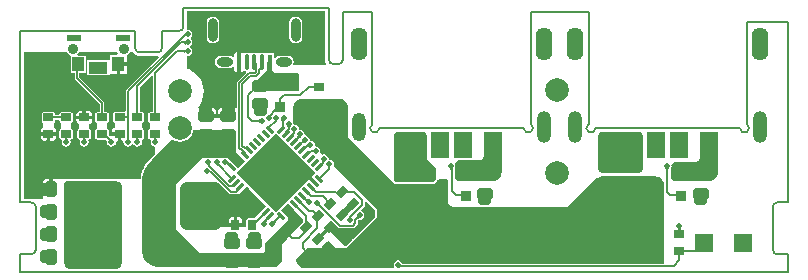
<source format=gtl>
G04*
G04 #@! TF.GenerationSoftware,Altium Limited,Altium Designer,20.2.7 (254)*
G04*
G04 Layer_Physical_Order=1*
G04 Layer_Color=12465579*
%FSLAX43Y43*%
%MOMM*%
G71*
G04*
G04 #@! TF.SameCoordinates,2D86DA50-308A-4E10-9511-59D9385B8F58*
G04*
G04*
G04 #@! TF.FilePolarity,Positive*
G04*
G01*
G75*
%ADD11C,0.300*%
%ADD12C,0.200*%
%ADD15C,0.150*%
G04:AMPARAMS|DCode=16|XSize=1.35mm|YSize=0.95mm|CornerRadius=0.142mm|HoleSize=0mm|Usage=FLASHONLY|Rotation=0.000|XOffset=0mm|YOffset=0mm|HoleType=Round|Shape=RoundedRectangle|*
%AMROUNDEDRECTD16*
21,1,1.350,0.665,0,0,0.0*
21,1,1.065,0.950,0,0,0.0*
1,1,0.285,0.532,-0.333*
1,1,0.285,-0.532,-0.333*
1,1,0.285,-0.532,0.333*
1,1,0.285,0.532,0.333*
%
%ADD16ROUNDEDRECTD16*%
G04:AMPARAMS|DCode=17|XSize=1.35mm|YSize=0.95mm|CornerRadius=0.142mm|HoleSize=0mm|Usage=FLASHONLY|Rotation=270.000|XOffset=0mm|YOffset=0mm|HoleType=Round|Shape=RoundedRectangle|*
%AMROUNDEDRECTD17*
21,1,1.350,0.665,0,0,270.0*
21,1,1.065,0.950,0,0,270.0*
1,1,0.285,-0.333,-0.532*
1,1,0.285,-0.333,0.532*
1,1,0.285,0.333,0.532*
1,1,0.285,0.333,-0.532*
%
%ADD17ROUNDEDRECTD17*%
G04:AMPARAMS|DCode=18|XSize=0.9mm|YSize=0.7mm|CornerRadius=0.105mm|HoleSize=0mm|Usage=FLASHONLY|Rotation=45.000|XOffset=0mm|YOffset=0mm|HoleType=Round|Shape=RoundedRectangle|*
%AMROUNDEDRECTD18*
21,1,0.900,0.490,0,0,45.0*
21,1,0.690,0.700,0,0,45.0*
1,1,0.210,0.417,0.071*
1,1,0.210,-0.071,-0.417*
1,1,0.210,-0.417,-0.071*
1,1,0.210,0.071,0.417*
%
%ADD18ROUNDEDRECTD18*%
G04:AMPARAMS|DCode=19|XSize=0.9mm|YSize=0.7mm|CornerRadius=0.105mm|HoleSize=0mm|Usage=FLASHONLY|Rotation=180.000|XOffset=0mm|YOffset=0mm|HoleType=Round|Shape=RoundedRectangle|*
%AMROUNDEDRECTD19*
21,1,0.900,0.490,0,0,180.0*
21,1,0.690,0.700,0,0,180.0*
1,1,0.210,-0.345,0.245*
1,1,0.210,0.345,0.245*
1,1,0.210,0.345,-0.245*
1,1,0.210,-0.345,-0.245*
%
%ADD19ROUNDEDRECTD19*%
G04:AMPARAMS|DCode=20|XSize=0.9mm|YSize=0.9mm|CornerRadius=0.225mm|HoleSize=0mm|Usage=FLASHONLY|Rotation=270.000|XOffset=0mm|YOffset=0mm|HoleType=Round|Shape=RoundedRectangle|*
%AMROUNDEDRECTD20*
21,1,0.900,0.450,0,0,270.0*
21,1,0.450,0.900,0,0,270.0*
1,1,0.450,-0.225,-0.225*
1,1,0.450,-0.225,0.225*
1,1,0.450,0.225,0.225*
1,1,0.450,0.225,-0.225*
%
%ADD20ROUNDEDRECTD20*%
G04:AMPARAMS|DCode=21|XSize=1.7mm|YSize=1.05mm|CornerRadius=0.263mm|HoleSize=0mm|Usage=FLASHONLY|Rotation=45.000|XOffset=0mm|YOffset=0mm|HoleType=Round|Shape=RoundedRectangle|*
%AMROUNDEDRECTD21*
21,1,1.700,0.525,0,0,45.0*
21,1,1.175,1.050,0,0,45.0*
1,1,0.525,0.601,0.230*
1,1,0.525,-0.230,-0.601*
1,1,0.525,-0.601,-0.230*
1,1,0.525,0.230,0.601*
%
%ADD21ROUNDEDRECTD21*%
%ADD22P,6.675X4X90.0*%
G04:AMPARAMS|DCode=23|XSize=0.8mm|YSize=0.3mm|CornerRadius=0mm|HoleSize=0mm|Usage=FLASHONLY|Rotation=45.000|XOffset=0mm|YOffset=0mm|HoleType=Round|Shape=Rectangle|*
%AMROTATEDRECTD23*
4,1,4,-0.177,-0.389,-0.389,-0.177,0.177,0.389,0.389,0.177,-0.177,-0.389,0.0*
%
%ADD23ROTATEDRECTD23*%

G04:AMPARAMS|DCode=24|XSize=0.8mm|YSize=0.3mm|CornerRadius=0mm|HoleSize=0mm|Usage=FLASHONLY|Rotation=315.000|XOffset=0mm|YOffset=0mm|HoleType=Round|Shape=Rectangle|*
%AMROTATEDRECTD24*
4,1,4,-0.389,0.177,-0.177,0.389,0.389,-0.177,0.177,-0.389,-0.389,0.177,0.0*
%
%ADD24ROTATEDRECTD24*%

G04:AMPARAMS|DCode=25|XSize=1.3mm|YSize=0.42mm|CornerRadius=0.105mm|HoleSize=0mm|Usage=FLASHONLY|Rotation=90.000|XOffset=0mm|YOffset=0mm|HoleType=Round|Shape=RoundedRectangle|*
%AMROUNDEDRECTD25*
21,1,1.300,0.210,0,0,90.0*
21,1,1.090,0.420,0,0,90.0*
1,1,0.210,0.105,0.545*
1,1,0.210,0.105,-0.545*
1,1,0.210,-0.105,-0.545*
1,1,0.210,-0.105,0.545*
%
%ADD25ROUNDEDRECTD25*%
%ADD26R,0.420X1.300*%
G04:AMPARAMS|DCode=27|XSize=4mm|YSize=3.5mm|CornerRadius=0.455mm|HoleSize=0mm|Usage=FLASHONLY|Rotation=270.000|XOffset=0mm|YOffset=0mm|HoleType=Round|Shape=RoundedRectangle|*
%AMROUNDEDRECTD27*
21,1,4.000,2.590,0,0,270.0*
21,1,3.090,3.500,0,0,270.0*
1,1,0.910,-1.295,-1.545*
1,1,0.910,-1.295,1.545*
1,1,0.910,1.295,1.545*
1,1,0.910,1.295,-1.545*
%
%ADD27ROUNDEDRECTD27*%
%ADD28R,1.500X2.200*%
%ADD29R,1.600X1.000*%
%ADD30R,1.300X0.600*%
%ADD31R,1.000X1.200*%
G04:AMPARAMS|DCode=32|XSize=1.35mm|YSize=0.95mm|CornerRadius=0.142mm|HoleSize=0mm|Usage=FLASHONLY|Rotation=135.000|XOffset=0mm|YOffset=0mm|HoleType=Round|Shape=RoundedRectangle|*
%AMROUNDEDRECTD32*
21,1,1.350,0.665,0,0,135.0*
21,1,1.065,0.950,0,0,135.0*
1,1,0.285,-0.141,0.612*
1,1,0.285,0.612,-0.141*
1,1,0.285,0.141,-0.612*
1,1,0.285,-0.612,0.141*
%
%ADD32ROUNDEDRECTD32*%
G04:AMPARAMS|DCode=33|XSize=0.9mm|YSize=0.7mm|CornerRadius=0.105mm|HoleSize=0mm|Usage=FLASHONLY|Rotation=270.000|XOffset=0mm|YOffset=0mm|HoleType=Round|Shape=RoundedRectangle|*
%AMROUNDEDRECTD33*
21,1,0.900,0.490,0,0,270.0*
21,1,0.690,0.700,0,0,270.0*
1,1,0.210,-0.245,-0.345*
1,1,0.210,-0.245,0.345*
1,1,0.210,0.245,0.345*
1,1,0.210,0.245,-0.345*
%
%ADD33ROUNDEDRECTD33*%
G04:AMPARAMS|DCode=34|XSize=0.9mm|YSize=0.9mm|CornerRadius=0.225mm|HoleSize=0mm|Usage=FLASHONLY|Rotation=180.000|XOffset=0mm|YOffset=0mm|HoleType=Round|Shape=RoundedRectangle|*
%AMROUNDEDRECTD34*
21,1,0.900,0.450,0,0,180.0*
21,1,0.450,0.900,0,0,180.0*
1,1,0.450,-0.225,0.225*
1,1,0.450,0.225,0.225*
1,1,0.450,0.225,-0.225*
1,1,0.450,-0.225,-0.225*
%
%ADD34ROUNDEDRECTD34*%
%ADD35R,1.600X1.600*%
%ADD63C,0.130*%
%ADD64C,0.500*%
%ADD65O,1.400X0.800*%
%ADD66O,0.800X2.000*%
%ADD67O,1.200X2.700*%
%ADD68O,1.400X2.800*%
%ADD69O,1.200X2.400*%
%ADD70C,2.000*%
%ADD71C,0.900*%
%ADD72C,0.500*%
G36*
X13998Y19938D02*
X13979Y19951D01*
X13960Y19960D01*
X13941Y19967D01*
X13922Y19970D01*
X13904Y19970D01*
X13886Y19967D01*
X13868Y19961D01*
X13850Y19952D01*
X13833Y19939D01*
X13816Y19924D01*
X13797Y20089D01*
X13812Y20104D01*
X13854Y20152D01*
X13867Y20170D01*
X13919Y20246D01*
X13932Y20266D01*
X13998Y19938D01*
D02*
G37*
G36*
X13987Y19272D02*
X13966Y19293D01*
X13944Y19312D01*
X13923Y19328D01*
X13902Y19343D01*
X13880Y19355D01*
X13859Y19365D01*
X13838Y19372D01*
X13817Y19378D01*
X13796Y19381D01*
X13775Y19382D01*
Y19512D01*
X13796Y19513D01*
X13817Y19517D01*
X13838Y19522D01*
X13859Y19530D01*
X13880Y19540D01*
X13902Y19552D01*
X13923Y19566D01*
X13944Y19583D01*
X13966Y19601D01*
X13987Y19622D01*
Y19272D01*
D02*
G37*
G36*
X13971Y18525D02*
X13950Y18546D01*
X13928Y18565D01*
X13907Y18581D01*
X13886Y18595D01*
X13864Y18608D01*
X13843Y18617D01*
X13822Y18625D01*
X13801Y18631D01*
X13780Y18634D01*
X13759Y18635D01*
Y18765D01*
X13780Y18766D01*
X13801Y18769D01*
X13822Y18775D01*
X13843Y18783D01*
X13864Y18792D01*
X13886Y18805D01*
X13907Y18819D01*
X13928Y18835D01*
X13950Y18854D01*
X13971Y18875D01*
X13971Y18525D01*
D02*
G37*
G36*
X25794Y18000D02*
X25794D01*
X25818Y17817D01*
X25889Y17647D01*
X25904Y17627D01*
X25841Y17500D01*
X23178D01*
X23106Y17627D01*
X23140Y17800D01*
X23099Y18007D01*
X22982Y18182D01*
X22807Y18299D01*
X22600Y18340D01*
X22000D01*
X21793Y18299D01*
X21618Y18182D01*
X21567Y18106D01*
X21440Y18144D01*
Y18580D01*
X20760D01*
X20760Y18580D01*
X20633Y18569D01*
X20555Y18585D01*
X20345D01*
X20253Y18566D01*
X20211Y18538D01*
X20125Y18523D01*
X20039Y18538D01*
X19997Y18566D01*
X19905Y18585D01*
X19695D01*
X19603Y18566D01*
X19561Y18538D01*
X19475Y18523D01*
X19389Y18538D01*
X19347Y18566D01*
X19255Y18585D01*
X19045D01*
X18953Y18566D01*
X18876Y18514D01*
X18837Y18547D01*
X18825Y18565D01*
X18724Y18632D01*
X18650Y18647D01*
Y17800D01*
Y16953D01*
X18724Y16968D01*
X18825Y17035D01*
X18837Y17053D01*
X18876Y17086D01*
X18953Y17034D01*
X19045Y17015D01*
X19082D01*
X19134Y16888D01*
X18399Y16153D01*
X18356Y16089D01*
X18341Y16013D01*
Y13946D01*
X18214Y13865D01*
X18150Y13878D01*
Y13200D01*
X17750D01*
Y13200D01*
X17600D01*
Y13050D01*
X16718D01*
Y13022D01*
X16582D01*
Y13050D01*
X15700D01*
Y13200D01*
X15550D01*
Y13200D01*
X15150D01*
Y13878D01*
X15072Y13863D01*
X14997Y13972D01*
X15171Y14183D01*
X15357Y14531D01*
X15471Y14908D01*
X15510Y15300D01*
X15471Y15692D01*
X15357Y16069D01*
X15171Y16417D01*
X14921Y16721D01*
X14617Y16971D01*
X14269Y17157D01*
X14100Y17208D01*
Y18272D01*
X14150Y18313D01*
X14298Y18342D01*
X14424Y18426D01*
X14508Y18552D01*
X14537Y18700D01*
X14508Y18848D01*
X14424Y18974D01*
X14397Y18992D01*
Y19145D01*
X14440Y19173D01*
X14524Y19299D01*
X14553Y19447D01*
X14524Y19596D01*
X14440Y19721D01*
X14418Y19736D01*
Y19863D01*
X14421Y19865D01*
X14505Y19990D01*
X14534Y20139D01*
X14505Y20287D01*
X14421Y20413D01*
X14295Y20497D01*
X14179Y20520D01*
X14118Y20581D01*
X14085Y20643D01*
X14106Y20800D01*
X14106D01*
X14106Y20800D01*
Y22094D01*
X25794D01*
Y18000D01*
D02*
G37*
G36*
X9601Y18501D02*
X9747Y18389D01*
X9917Y18318D01*
X10100Y18294D01*
Y18294D01*
X10100Y18294D01*
X11600D01*
X11600Y18294D01*
Y18294D01*
X11638Y18299D01*
X11698Y18179D01*
X8959Y15441D01*
X8916Y15376D01*
X8901Y15300D01*
Y13664D01*
X8774Y13579D01*
X8745Y13585D01*
X8055D01*
X7963Y13566D01*
X7886Y13514D01*
X7834Y13437D01*
X7815Y13345D01*
Y12855D01*
X7834Y12763D01*
X7886Y12686D01*
X7963Y12634D01*
X7968Y12633D01*
Y12239D01*
X7936Y12232D01*
X7835Y12165D01*
X7768Y12064D01*
X7744Y11945D01*
Y11850D01*
X8400D01*
Y11700D01*
X8550D01*
Y11205D01*
X8556Y11198D01*
X8575Y11179D01*
X8550D01*
Y11144D01*
X8644D01*
X8725Y11046D01*
X8717Y11006D01*
X8746Y10858D01*
X8830Y10732D01*
X8956Y10648D01*
X9104Y10618D01*
X9252Y10648D01*
X9378Y10732D01*
X9430Y10809D01*
X9434Y10810D01*
X9572Y10807D01*
X9626Y10726D01*
X9752Y10642D01*
X9900Y10613D01*
X10048Y10642D01*
X10174Y10726D01*
X10258Y10852D01*
X10287Y11000D01*
X10268Y11098D01*
X10258Y11148D01*
X10348Y11241D01*
X10414Y11286D01*
X10466Y11363D01*
X10485Y11455D01*
Y11945D01*
X10466Y12037D01*
X10414Y12114D01*
X10337Y12166D01*
X10332Y12167D01*
Y12633D01*
X10337Y12634D01*
X10414Y12686D01*
X10466Y12763D01*
X10485Y12855D01*
Y13345D01*
X10466Y13437D01*
X10414Y13514D01*
X10337Y13566D01*
X10245Y13585D01*
X10099D01*
Y15650D01*
X11084Y16635D01*
X11201Y16586D01*
Y13585D01*
X11055D01*
X10963Y13566D01*
X10886Y13514D01*
X10834Y13437D01*
X10815Y13345D01*
Y12855D01*
X10834Y12763D01*
X10886Y12686D01*
X10963Y12634D01*
X10968Y12633D01*
Y12167D01*
X10963Y12166D01*
X10886Y12114D01*
X10834Y12037D01*
X10815Y11945D01*
Y11455D01*
X10834Y11363D01*
X10886Y11286D01*
X10952Y11241D01*
X11042Y11148D01*
X11032Y11098D01*
X11013Y11000D01*
X11042Y10852D01*
X11126Y10726D01*
X11252Y10642D01*
X11375Y10618D01*
Y9974D01*
X10927Y9526D01*
X10924Y9519D01*
X10918Y9516D01*
X10742Y9302D01*
X10740Y9295D01*
X10734Y9291D01*
X10580Y9061D01*
X10579Y9054D01*
X10573Y9049D01*
X10443Y8805D01*
X10442Y8798D01*
X10437Y8793D01*
X10331Y8537D01*
Y8530D01*
X10327Y8524D01*
X10246Y8260D01*
X10247Y8252D01*
X10243Y8246D01*
X10189Y7975D01*
X10108Y7880D01*
X3075D01*
X3075Y7880D01*
Y7880D01*
X2948Y7879D01*
X2932Y7882D01*
X2750D01*
Y7000D01*
X2600D01*
Y7000D01*
Y6450D01*
X1922D01*
X1945Y6334D01*
X1949Y6327D01*
X1882Y6200D01*
X946D01*
X900Y6206D01*
Y6206D01*
X306D01*
Y18600D01*
X3953D01*
X4032Y18482D01*
X4224Y18354D01*
X4224Y18354D01*
X4234Y18352D01*
X4234Y18352D01*
X4234Y18352D01*
X4270Y18330D01*
Y16870D01*
X4601D01*
Y16400D01*
X4616Y16324D01*
X4659Y16259D01*
X6701Y14218D01*
Y13585D01*
X6555D01*
X6463Y13566D01*
X6386Y13514D01*
X6334Y13437D01*
X6315Y13345D01*
Y12855D01*
X6334Y12763D01*
X6386Y12686D01*
X6463Y12634D01*
X6468Y12633D01*
Y12167D01*
X6463Y12166D01*
X6386Y12114D01*
X6334Y12037D01*
X6315Y11945D01*
Y11455D01*
X6334Y11363D01*
X6386Y11286D01*
X6463Y11234D01*
X6555Y11215D01*
X7236D01*
X7254Y11204D01*
X7262Y11196D01*
X7332Y11109D01*
X7333Y11103D01*
X7313Y11000D01*
X7342Y10852D01*
X7426Y10726D01*
X7552Y10642D01*
X7700Y10613D01*
X7848Y10642D01*
X7974Y10726D01*
X8058Y10852D01*
X8087Y11000D01*
X8078Y11046D01*
X8159Y11144D01*
X8250D01*
Y11179D01*
X8225D01*
X8244Y11198D01*
X8250Y11205D01*
Y11550D01*
X7741D01*
X7731Y11538D01*
X7617Y11496D01*
X7485Y11628D01*
Y11945D01*
X7466Y12037D01*
X7414Y12114D01*
X7337Y12166D01*
X7332Y12167D01*
Y12633D01*
X7337Y12634D01*
X7414Y12686D01*
X7466Y12763D01*
X7485Y12855D01*
Y13345D01*
X7466Y13437D01*
X7414Y13514D01*
X7337Y13566D01*
X7245Y13585D01*
X7099D01*
Y14300D01*
X7084Y14376D01*
X7041Y14441D01*
X4999Y16482D01*
Y16870D01*
X5530D01*
Y18330D01*
X4870D01*
X4831Y18457D01*
X4868Y18482D01*
X4947Y18600D01*
X8208D01*
X8260Y18520D01*
X8199Y18400D01*
X7600D01*
Y18028D01*
X7530Y17930D01*
X7473Y17930D01*
X5670D01*
Y16670D01*
X7530D01*
Y16702D01*
X7600Y16800D01*
X7657Y16800D01*
X8150D01*
Y17600D01*
X8300D01*
Y17750D01*
X9000D01*
Y18369D01*
X9168Y18482D01*
X9247Y18600D01*
X9525D01*
X9601Y18501D01*
D02*
G37*
G36*
X21310Y17150D02*
X21560Y16900D01*
X23300Y16900D01*
Y16900D01*
X23360D01*
X23470Y16854D01*
X23554Y16770D01*
X23600Y16660D01*
X23600Y16600D01*
X23600Y15600D01*
X23600D01*
X23600Y15545D01*
X23558Y15444D01*
X23481Y15367D01*
X23380Y15325D01*
X20825Y15325D01*
Y15325D01*
X20128D01*
X20075Y15452D01*
X20224Y15601D01*
X20300D01*
X20376Y15616D01*
X20441Y15659D01*
X20484Y15724D01*
X20499Y15800D01*
X20484Y15876D01*
X20441Y15941D01*
X20376Y15984D01*
X20300Y15999D01*
X20142D01*
X20127Y15996D01*
X20010Y16074D01*
X20000Y16090D01*
Y16200D01*
X20890Y17090D01*
Y17800D01*
X21310D01*
Y17150D01*
D02*
G37*
G36*
X20850Y13500D02*
X20600Y13250D01*
X20000D01*
X19750Y13500D01*
Y14200D01*
X20850D01*
Y13500D01*
D02*
G37*
G36*
X22389Y12791D02*
X22365Y12781D01*
X22344Y12770D01*
X22326Y12757D01*
X22310Y12742D01*
X22296Y12727D01*
X22285Y12710D01*
X22276Y12691D01*
X22270Y12671D01*
X22266Y12650D01*
X22265Y12627D01*
X22135Y12687D01*
X22134Y12704D01*
X22132Y12723D01*
X22129Y12743D01*
X22118Y12788D01*
X22111Y12813D01*
X22081Y12899D01*
X22068Y12931D01*
X22389Y12791D01*
D02*
G37*
G36*
X20246Y12600D02*
X20224Y12621D01*
X20203Y12640D01*
X20182Y12656D01*
X20160Y12671D01*
X20139Y12683D01*
X20118Y12693D01*
X20096Y12700D01*
X20075Y12706D01*
X20054Y12709D01*
X20033Y12710D01*
Y12840D01*
X20054Y12841D01*
X20075Y12845D01*
X20096Y12850D01*
X20118Y12858D01*
X20139Y12868D01*
X20160Y12880D01*
X20182Y12894D01*
X20203Y12911D01*
X20224Y12929D01*
X20246Y12950D01*
Y12600D01*
D02*
G37*
G36*
X22893Y12361D02*
X22875Y12339D01*
X22858Y12318D01*
X22844Y12296D01*
X22832Y12275D01*
X22822Y12254D01*
X22814Y12233D01*
X22809Y12211D01*
X22805Y12190D01*
X22804Y12169D01*
X22674D01*
X22673Y12190D01*
X22670Y12211D01*
X22664Y12233D01*
X22657Y12254D01*
X22647Y12275D01*
X22635Y12296D01*
X22620Y12318D01*
X22604Y12339D01*
X22585Y12361D01*
X22564Y12382D01*
X22914D01*
X22893Y12361D01*
D02*
G37*
G36*
X23302Y11881D02*
X23293Y11873D01*
X23284Y11863D01*
X23277Y11852D01*
X23271Y11840D01*
X23267Y11826D01*
X23263Y11810D01*
X23260Y11793D01*
X23258Y11775D01*
X23258Y11755D01*
X23128D01*
X23127Y11775D01*
X23126Y11793D01*
X23123Y11810D01*
X23119Y11826D01*
X23114Y11840D01*
X23108Y11852D01*
X23101Y11863D01*
X23093Y11873D01*
X23084Y11881D01*
X23074Y11887D01*
X23312D01*
X23302Y11881D01*
D02*
G37*
G36*
X49300Y11900D02*
X52300Y11900D01*
X52300Y11900D01*
X52380Y11900D01*
X52527Y11839D01*
X52639Y11727D01*
X52700Y11580D01*
X52700Y11500D01*
X52700Y9600D01*
X52700Y8800D01*
X52700Y8800D01*
Y8720D01*
X52639Y8573D01*
X52527Y8461D01*
X52380Y8400D01*
X52300D01*
X49300Y8400D01*
X49300Y8400D01*
X49220Y8400D01*
X49073Y8461D01*
X48961Y8573D01*
X48900Y8720D01*
Y8800D01*
X48900Y11500D01*
X48900Y11500D01*
X48900Y11580D01*
X48961Y11727D01*
X49073Y11839D01*
X49220Y11900D01*
X49300Y11900D01*
D02*
G37*
G36*
X23748Y11425D02*
X23722Y11413D01*
X23672Y11386D01*
X23648Y11371D01*
X23600Y11338D01*
X23577Y11319D01*
X23532Y11280D01*
X23510Y11259D01*
X23388Y11349D01*
X23404Y11367D01*
X23417Y11385D01*
X23427Y11403D01*
X23435Y11422D01*
X23440Y11441D01*
X23442Y11461D01*
X23441Y11481D01*
X23437Y11501D01*
X23431Y11522D01*
X23422Y11544D01*
X23748Y11425D01*
D02*
G37*
G36*
X9166Y11377D02*
X9169Y11356D01*
X9175Y11335D01*
X9183Y11314D01*
X9193Y11293D01*
X9205Y11272D01*
X9219Y11250D01*
X9236Y11229D01*
X9255Y11208D01*
X9276Y11187D01*
X8926Y11181D01*
X8947Y11203D01*
X8965Y11225D01*
X8982Y11247D01*
X8996Y11269D01*
X9008Y11290D01*
X9018Y11312D01*
X9025Y11333D01*
X9031Y11354D01*
X9034Y11375D01*
X9035Y11396D01*
X9165Y11398D01*
X9166Y11377D01*
D02*
G37*
G36*
X9976Y11366D02*
X9979Y11344D01*
X9984Y11323D01*
X9991Y11301D01*
X10000Y11280D01*
X10011Y11259D01*
X10024Y11239D01*
X10039Y11218D01*
X10056Y11198D01*
X10075Y11179D01*
X9725D01*
X9744Y11198D01*
X9761Y11218D01*
X9776Y11239D01*
X9789Y11259D01*
X9800Y11280D01*
X9809Y11301D01*
X9816Y11323D01*
X9821Y11344D01*
X9824Y11366D01*
X9825Y11388D01*
X9975D01*
X9976Y11366D01*
D02*
G37*
G36*
X11476Y11366D02*
X11479Y11344D01*
X11484Y11323D01*
X11491Y11301D01*
X11500Y11280D01*
X11511Y11259D01*
X11524Y11239D01*
X11539Y11218D01*
X11556Y11198D01*
X11575Y11179D01*
X11225D01*
X11244Y11198D01*
X11261Y11218D01*
X11276Y11239D01*
X11289Y11259D01*
X11300Y11280D01*
X11309Y11301D01*
X11316Y11323D01*
X11321Y11344D01*
X11324Y11366D01*
X11325Y11388D01*
X11475D01*
X11476Y11366D01*
D02*
G37*
G36*
X7583Y11341D02*
X7599Y11328D01*
X7617Y11315D01*
X7636Y11302D01*
X7678Y11279D01*
X7702Y11268D01*
X7753Y11247D01*
X7781Y11237D01*
X7465Y11085D01*
X7472Y11109D01*
X7477Y11131D01*
X7479Y11153D01*
X7479Y11175D01*
X7476Y11195D01*
X7470Y11215D01*
X7462Y11234D01*
X7452Y11253D01*
X7439Y11271D01*
X7423Y11288D01*
X7569Y11355D01*
X7583Y11341D01*
D02*
G37*
G36*
X15175Y12075D02*
Y12075D01*
X16225D01*
D01*
X17075D01*
D01*
X17525D01*
X18275Y11363D01*
Y10161D01*
X19018Y9418D01*
X18452Y8853D01*
X17613Y9691D01*
X15897Y9691D01*
X15896Y9691D01*
X15895Y9691D01*
X15391Y9691D01*
X13200Y7500D01*
X13200Y3600D01*
X15200Y1600D01*
X20550Y1600D01*
X20700Y1750D01*
Y2458D01*
X21821Y3579D01*
X22652Y4410D01*
X22663Y4536D01*
X22666Y4539D01*
X22663Y4542D01*
X22671Y4633D01*
X22060Y5244D01*
X22632Y5804D01*
X23186Y5250D01*
X23781Y4655D01*
X23781Y4655D01*
X23841Y4595D01*
X23905Y4439D01*
X23905Y4270D01*
X23841Y4113D01*
X23781Y4054D01*
X22975Y3248D01*
X23017Y3310D01*
X23035Y3400D01*
Y3400D01*
X23017Y3490D01*
X22966Y3566D01*
X22890Y3617D01*
X22800Y3635D01*
X22710Y3617D01*
X22634Y3566D01*
X22583Y3490D01*
X22567Y3406D01*
X22192D01*
X22116Y3391D01*
X22052Y3348D01*
X22009Y3284D01*
X21994Y3208D01*
X22009Y3132D01*
X22052Y3067D01*
X22116Y3024D01*
X22192Y3009D01*
X22605D01*
X22671Y2943D01*
X22564Y2836D01*
X22148Y2421D01*
Y948D01*
X21625Y425D01*
X11675Y425D01*
X11675D01*
X11540Y425D01*
X11274Y478D01*
X11024Y581D01*
X10798Y732D01*
X10607Y923D01*
X10456Y1149D01*
X10353Y1399D01*
X10300Y1665D01*
X10300Y1800D01*
X10300Y7534D01*
Y7673D01*
X10327Y7948D01*
X10381Y8219D01*
X10461Y8484D01*
X10567Y8739D01*
X10697Y8983D01*
X10851Y9213D01*
X11026Y9427D01*
X11124Y9524D01*
X12864Y11264D01*
X12930Y11213D01*
X13205Y11099D01*
X13500Y11060D01*
X13795Y11099D01*
X14070Y11213D01*
X14306Y11394D01*
X14487Y11630D01*
X14601Y11905D01*
X14623Y12075D01*
X15175D01*
D02*
G37*
G36*
X24064Y10953D02*
X24035Y10956D01*
X24008Y10957D01*
X23982Y10957D01*
X23958Y10954D01*
X23935Y10949D01*
X23913Y10943D01*
X23893Y10934D01*
X23874Y10924D01*
X23857Y10911D01*
X23841Y10897D01*
X23762Y11002D01*
X23775Y11016D01*
X23788Y11033D01*
X23799Y11052D01*
X23810Y11072D01*
X23819Y11094D01*
X23828Y11118D01*
X23835Y11144D01*
X23847Y11200D01*
X23852Y11231D01*
X24064Y10953D01*
D02*
G37*
G36*
X24790Y10129D02*
X24775Y10148D01*
X24760Y10165D01*
X24743Y10179D01*
X24725Y10192D01*
X24707Y10203D01*
X24688Y10212D01*
X24668Y10219D01*
X24648Y10224D01*
X24626Y10227D01*
X24604Y10228D01*
X24605Y10358D01*
X24628Y10359D01*
X24651Y10362D01*
X24673Y10366D01*
X24694Y10373D01*
X24715Y10381D01*
X24736Y10391D01*
X24755Y10403D01*
X24774Y10417D01*
X24793Y10432D01*
X24810Y10450D01*
X24790Y10129D01*
D02*
G37*
G36*
X40749Y8549D02*
X40749Y8549D01*
Y8468D01*
X40718Y8309D01*
X40656Y8159D01*
X40565Y8024D01*
X40450Y7909D01*
X40315Y7819D01*
X40165Y7757D01*
X40006Y7725D01*
X39825D01*
Y7725D01*
X38775D01*
Y7725D01*
X37020Y7725D01*
X36919Y7767D01*
X36842Y7844D01*
X36800Y7945D01*
Y8867D01*
X36824Y8989D01*
X36800Y9111D01*
Y9139D01*
X36869Y9305D01*
X36995Y9431D01*
X37160Y9500D01*
X38850Y9500D01*
X38850Y9500D01*
X38928Y9508D01*
X38967Y9524D01*
X38967Y9524D01*
X38968Y9524D01*
X39072Y9567D01*
X39182Y9677D01*
X39242Y9821D01*
X39249Y9899D01*
X39249Y10850D01*
X40749D01*
X40749Y8549D01*
D02*
G37*
G36*
X59049D02*
X59049Y8549D01*
Y8468D01*
X59018Y8309D01*
X58956Y8159D01*
X58865Y8024D01*
X58750Y7909D01*
X58615Y7819D01*
X58465Y7757D01*
X58306Y7725D01*
X58125D01*
Y7725D01*
X57075D01*
Y7725D01*
X55320Y7725D01*
X55219Y7767D01*
X55142Y7844D01*
X55100Y7945D01*
X55100Y8867D01*
X55124Y8989D01*
X55107Y9076D01*
X55146Y9170D01*
X55230Y9254D01*
X55340Y9300D01*
X55400Y9300D01*
X57100Y9300D01*
X57100Y9300D01*
Y9300D01*
X57188Y9309D01*
X57216Y9320D01*
X57350Y9376D01*
X57474Y9500D01*
X57541Y9662D01*
X57549Y9749D01*
X57549Y10850D01*
X59049D01*
X59049Y8549D01*
D02*
G37*
G36*
X25767Y9352D02*
X25759Y9348D01*
X25751Y9344D01*
X25745Y9337D01*
X25739Y9329D01*
X25734Y9320D01*
X25730Y9309D01*
X25727Y9296D01*
X25725Y9282D01*
X25724Y9266D01*
X25724Y9249D01*
X25574D01*
X25573Y9272D01*
X25568Y9332D01*
X25565Y9347D01*
X25562Y9361D01*
X25558Y9373D01*
X25553Y9383D01*
X25547Y9392D01*
X25541Y9398D01*
X25767Y9352D01*
D02*
G37*
G36*
X17522Y9415D02*
X17547Y9382D01*
X17581Y9341D01*
X17676Y9240D01*
X17705Y9210D01*
X17626Y9077D01*
X17608Y9094D01*
X17590Y9107D01*
X17573Y9117D01*
X17555Y9124D01*
X17537Y9128D01*
X17520Y9129D01*
X17502Y9126D01*
X17485Y9121D01*
X17467Y9112D01*
X17450Y9101D01*
X17513Y9429D01*
X17522Y9415D01*
D02*
G37*
G36*
X16838Y9216D02*
X16835Y9192D01*
X16835Y9168D01*
X16836Y9146D01*
X16840Y9125D01*
X16847Y9104D01*
X16855Y9084D01*
X16866Y9065D01*
X16880Y9048D01*
X16895Y9030D01*
X16763Y8950D01*
X16748Y8965D01*
X16731Y8978D01*
X16713Y8991D01*
X16693Y9003D01*
X16672Y9014D01*
X16649Y9024D01*
X16600Y9042D01*
X16574Y9049D01*
X16546Y9056D01*
X16843Y9241D01*
X16838Y9216D01*
D02*
G37*
G36*
X26282Y8933D02*
X26270Y8921D01*
X26259Y8907D01*
X26250Y8892D01*
X26242Y8876D01*
X26236Y8858D01*
X26231Y8838D01*
X26228Y8818D01*
X26225Y8796D01*
X26225Y8772D01*
X26075D01*
X26074Y8796D01*
X26072Y8818D01*
X26068Y8838D01*
X26063Y8858D01*
X26057Y8876D01*
X26049Y8892D01*
X26040Y8907D01*
X26029Y8921D01*
X26017Y8933D01*
X26004Y8944D01*
X26295D01*
X26282Y8933D01*
D02*
G37*
G36*
X54891Y8789D02*
X54872Y8768D01*
X54856Y8746D01*
X54841Y8725D01*
X54829Y8703D01*
X54819Y8682D01*
X54812Y8661D01*
X54806Y8640D01*
X54803Y8619D01*
X54802Y8598D01*
X54672D01*
X54671Y8619D01*
X54667Y8640D01*
X54662Y8661D01*
X54654Y8682D01*
X54644Y8703D01*
X54632Y8725D01*
X54618Y8746D01*
X54601Y8768D01*
X54583Y8789D01*
X54562Y8811D01*
X54912D01*
X54891Y8789D01*
D02*
G37*
G36*
X36635Y8832D02*
X36596Y8754D01*
X36587Y8730D01*
X36573Y8684D01*
X36568Y8663D01*
X36566Y8643D01*
X36565Y8624D01*
X36435Y8589D01*
X36434Y8611D01*
X36430Y8633D01*
X36424Y8653D01*
X36415Y8673D01*
X36404Y8691D01*
X36391Y8709D01*
X36375Y8726D01*
X36357Y8742D01*
X36336Y8758D01*
X36313Y8772D01*
X36651Y8861D01*
X36635Y8832D01*
D02*
G37*
G36*
X16176Y8516D02*
X16084Y8425D01*
X16058Y8435D01*
X16057Y8617D01*
X16176Y8516D01*
D02*
G37*
G36*
X24107Y8218D02*
X24100Y8223D01*
X24090Y8227D01*
X24077Y8231D01*
X24060Y8234D01*
X24039Y8237D01*
X23988Y8241D01*
X23886Y8243D01*
Y8543D01*
X23923Y8543D01*
X24060Y8552D01*
X24077Y8555D01*
X24090Y8559D01*
X24100Y8563D01*
X24107Y8568D01*
Y8218D01*
D02*
G37*
G36*
X23127Y8563D02*
X23135Y8559D01*
X23146Y8555D01*
X23160Y8552D01*
X23176Y8549D01*
X23215Y8545D01*
X23264Y8543D01*
X23292Y8543D01*
X23292Y8243D01*
X23264Y8243D01*
X23176Y8237D01*
X23160Y8234D01*
X23146Y8231D01*
X23135Y8227D01*
X23127Y8223D01*
X23121Y8218D01*
X22942Y8393D01*
X23121Y8568D01*
X23127Y8563D01*
D02*
G37*
G36*
X22942Y8393D02*
X22764Y8218D01*
X22757Y8223D01*
X22749Y8227D01*
X22738Y8231D01*
X22724Y8234D01*
X22708Y8237D01*
X22620Y8243D01*
X22592Y8243D01*
X22592Y8543D01*
X22620Y8543D01*
X22669Y8545D01*
X22708Y8549D01*
X22724Y8552D01*
X22738Y8555D01*
X22749Y8559D01*
X22757Y8563D01*
X22764Y8568D01*
X22942Y8393D01*
D02*
G37*
G36*
X21783Y8563D02*
X21792Y8559D01*
X21803Y8555D01*
X21816Y8552D01*
X21832Y8549D01*
X21871Y8545D01*
X21920Y8543D01*
X21949Y8543D01*
X21949Y8243D01*
X21920Y8243D01*
X21832Y8237D01*
X21816Y8234D01*
X21803Y8231D01*
X21792Y8227D01*
X21783Y8223D01*
X21777Y8218D01*
X21777Y8568D01*
X21783Y8563D01*
D02*
G37*
G36*
X24481Y8235D02*
X24481Y8227D01*
X24483Y8218D01*
X24488Y8207D01*
X24495Y8195D01*
X24505Y8181D01*
X24517Y8166D01*
X24549Y8130D01*
X24568Y8110D01*
X24321Y7933D01*
X24156Y8179D01*
X24484Y8241D01*
X24481Y8235D01*
D02*
G37*
G36*
X32000Y11900D02*
X34000Y11900D01*
X34000Y11900D01*
X34080Y11900D01*
X34227Y11839D01*
X34339Y11727D01*
X34400Y11580D01*
X34400Y11500D01*
X34400Y9600D01*
X35200Y8800D01*
X35200Y7850D01*
X34950Y7600D01*
X34400Y7600D01*
X31800Y7600D01*
X31600Y7800D01*
X31600Y11500D01*
Y11500D01*
X31600Y11580D01*
X31661Y11727D01*
X31773Y11839D01*
X31920Y11900D01*
X32000Y11900D01*
D02*
G37*
G36*
X24245Y6242D02*
X24264Y6227D01*
X24282Y6214D01*
X24301Y6202D01*
X24321Y6193D01*
X24340Y6185D01*
X24360Y6179D01*
X24381Y6175D01*
X24401Y6173D01*
X24422Y6172D01*
X24179Y5920D01*
X24178Y5941D01*
X24175Y5962D01*
X24170Y5982D01*
X24164Y6002D01*
X24156Y6022D01*
X24146Y6041D01*
X24134Y6060D01*
X24121Y6079D01*
X24105Y6097D01*
X24088Y6115D01*
X24227Y6259D01*
X24245Y6242D01*
D02*
G37*
G36*
X58150Y5900D02*
X57900Y5650D01*
X57300D01*
X57050Y5900D01*
Y6600D01*
X58150D01*
Y5900D01*
D02*
G37*
G36*
X39850D02*
X39600Y5650D01*
X39000D01*
X38750Y5900D01*
Y6600D01*
X39850D01*
Y5900D01*
D02*
G37*
G36*
X25329Y5876D02*
X25341Y5819D01*
X25349Y5794D01*
X25357Y5770D01*
X25367Y5748D01*
X25377Y5727D01*
X25389Y5709D01*
X25401Y5692D01*
X25415Y5677D01*
X25336Y5572D01*
X25320Y5587D01*
X25302Y5599D01*
X25283Y5610D01*
X25263Y5618D01*
X25241Y5625D01*
X25218Y5630D01*
X25194Y5632D01*
X25168Y5633D01*
X25141Y5632D01*
X25113Y5628D01*
X25324Y5907D01*
X25329Y5876D01*
D02*
G37*
G36*
X2600Y5100D02*
Y4550D01*
X1900D01*
X1650Y4800D01*
Y5400D01*
X1900Y5650D01*
X2600D01*
Y5100D01*
D02*
G37*
G36*
X28724Y4551D02*
X28694Y4550D01*
X28666Y4548D01*
X28639Y4545D01*
X28614Y4540D01*
X28590Y4533D01*
X28568Y4525D01*
X28548Y4516D01*
X28529Y4505D01*
X28511Y4492D01*
X28496Y4478D01*
X28404Y4570D01*
X28418Y4586D01*
X28431Y4603D01*
X28442Y4622D01*
X28451Y4642D01*
X28459Y4664D01*
X28466Y4688D01*
X28471Y4713D01*
X28474Y4740D01*
X28476Y4768D01*
X28477Y4798D01*
X28724Y4551D01*
D02*
G37*
G36*
X20897Y4368D02*
X20879Y4349D01*
X20865Y4331D01*
X20852Y4312D01*
X20843Y4293D01*
X20835Y4275D01*
X20830Y4256D01*
X20828Y4238D01*
X20828Y4219D01*
X20831Y4200D01*
X20836Y4182D01*
X20523Y4338D01*
X20541Y4344D01*
X20559Y4352D01*
X20577Y4361D01*
X20595Y4371D01*
X20631Y4394D01*
X20649Y4408D01*
X20684Y4439D01*
X20702Y4456D01*
X20897Y4368D01*
D02*
G37*
G36*
X21656Y4295D02*
X21638Y4277D01*
X21623Y4258D01*
X21610Y4240D01*
X21598Y4220D01*
X21588Y4201D01*
X21580Y4182D01*
X21574Y4162D01*
X21570Y4141D01*
X21567Y4121D01*
X21567Y4100D01*
X21319Y4347D01*
X21340Y4348D01*
X21361Y4351D01*
X21381Y4355D01*
X21401Y4361D01*
X21420Y4369D01*
X21440Y4379D01*
X21459Y4390D01*
X21478Y4404D01*
X21496Y4419D01*
X21514Y4436D01*
X21656Y4295D01*
D02*
G37*
G36*
X17670Y6659D02*
X17734Y6616D01*
X17810Y6601D01*
X17992D01*
X17993Y6600D01*
X18533D01*
X19159Y7226D01*
X20785Y5600D01*
X19762Y4585D01*
X19355D01*
X19263Y4566D01*
X19186Y4514D01*
X19134Y4437D01*
X19115Y4345D01*
Y3800D01*
X18756D01*
Y3850D01*
X18200D01*
X17644D01*
Y3800D01*
X15500D01*
Y6600D01*
Y7400D01*
X16929D01*
X17670Y6659D01*
D02*
G37*
G36*
X30000Y5250D02*
X30000Y4676D01*
X28120Y2795D01*
X28114Y2782D01*
X28102Y2774D01*
X28065Y2718D01*
X27614Y2267D01*
X27557Y2229D01*
X27434Y2241D01*
X26234Y3441D01*
X26397Y3603D01*
X26459Y3696D01*
X26480Y3805D01*
X26459Y3914D01*
X26397Y4007D01*
X26513Y4123D01*
X26943Y3694D01*
X27060Y3721D01*
X27085Y3716D01*
X28152D01*
X28228Y3731D01*
X28292Y3774D01*
X28500Y3982D01*
X28543Y4047D01*
X28558Y4123D01*
Y4351D01*
X28575Y4368D01*
X28590Y4373D01*
X28600Y4383D01*
X28606Y4387D01*
X28613Y4391D01*
X28622Y4395D01*
X28633Y4399D01*
X28646Y4403D01*
X28662Y4406D01*
X28680Y4408D01*
X28700Y4410D01*
X28726Y4410D01*
X28740Y4416D01*
X28875Y4443D01*
X29001Y4527D01*
X29085Y4652D01*
X29114Y4801D01*
X29085Y4949D01*
X29001Y5075D01*
X28875Y5159D01*
X28854Y5163D01*
X28873Y5295D01*
X29113Y5534D01*
X29164Y5610D01*
X29182Y5700D01*
X29182Y5700D01*
Y5902D01*
X29299Y5951D01*
X30000Y5250D01*
D02*
G37*
G36*
X55954Y3700D02*
X55935Y3678D01*
X55919Y3657D01*
X55905Y3636D01*
X55893Y3614D01*
X55883Y3593D01*
X55875Y3572D01*
X55869Y3551D01*
X55866Y3530D01*
X55865Y3509D01*
X55735D01*
X55734Y3530D01*
X55731Y3551D01*
X55725Y3572D01*
X55717Y3593D01*
X55708Y3614D01*
X55695Y3636D01*
X55681Y3657D01*
X55665Y3678D01*
X55646Y3700D01*
X55625Y3721D01*
X55975D01*
X55954Y3700D01*
D02*
G37*
G36*
X2600Y3200D02*
Y2650D01*
X1900D01*
X1650Y2900D01*
Y3500D01*
X1900Y3750D01*
X2600D01*
Y3200D01*
D02*
G37*
G36*
X18450Y3150D02*
Y2450D01*
X17350D01*
Y3150D01*
X17600Y3400D01*
X18200D01*
X18450Y3150D01*
D02*
G37*
G36*
X20350Y3150D02*
Y2450D01*
X19250D01*
Y3150D01*
X19500Y3400D01*
X20100D01*
X20350Y3150D01*
D02*
G37*
G36*
X23800Y14650D02*
X24868Y14650D01*
Y14517D01*
X25732D01*
Y14650D01*
X27050Y14650D01*
X27050Y14650D01*
X27050Y14650D01*
X27050D01*
X27167Y14641D01*
X27256Y14623D01*
X27384Y14570D01*
X27500Y14492D01*
X27598Y14394D01*
X27676Y14278D01*
X27729Y14150D01*
X27756Y14014D01*
X27756Y13944D01*
X27756Y11444D01*
X31742Y7458D01*
X34952Y7458D01*
X34955Y7461D01*
X35050Y7501D01*
X35299Y7750D01*
X35316Y7790D01*
X35437Y7900D01*
X35900Y7900D01*
X35900Y7900D01*
X35900Y7900D01*
X35900D01*
X36016Y7879D01*
X36088Y7850D01*
X36181Y7756D01*
X36232Y7634D01*
X36232Y7568D01*
X36232Y5968D01*
X36241Y5877D01*
X36311Y5708D01*
X36440Y5579D01*
X36609Y5509D01*
X36700Y5500D01*
X46300Y5500D01*
X48559Y7759D01*
X48559Y7759D01*
Y7759D01*
X48649Y7846D01*
X48831Y7967D01*
X49043Y8055D01*
X49268Y8100D01*
X49383Y8100D01*
X53780Y8100D01*
X53780Y8100D01*
X53780Y8100D01*
X53780D01*
X53897Y8091D01*
X53990Y8072D01*
X54121Y8018D01*
X54239Y7939D01*
X54339Y7839D01*
X54418Y7721D01*
X54472Y7590D01*
X54500Y7451D01*
X54500Y7380D01*
X54500Y709D01*
X32394D01*
X32381Y716D01*
X32364Y716D01*
X32358Y717D01*
X32354Y718D01*
X32352Y719D01*
X32352Y720D01*
X32351Y720D01*
X32350Y722D01*
X32347Y725D01*
X32344Y730D01*
X32338Y745D01*
X32330Y752D01*
X32249Y874D01*
X32123Y958D01*
X31975Y987D01*
X31827Y958D01*
X31701Y874D01*
X31617Y748D01*
X31588Y600D01*
X31616Y456D01*
X31619Y433D01*
X31550Y329D01*
X24000D01*
X24000Y1697D01*
X24359Y2056D01*
X27579Y2056D01*
X27636Y2112D01*
X27704Y2158D01*
X28174Y2628D01*
X28219Y2696D01*
X30150Y4627D01*
X30150Y5350D01*
X26505Y8995D01*
X26508Y8999D01*
X26537Y9147D01*
X26508Y9295D01*
X26424Y9421D01*
X26298Y9505D01*
X26202Y9524D01*
X26086Y9592D01*
X26057Y9740D01*
X25973Y9866D01*
X25847Y9950D01*
X25699Y9980D01*
X25550Y9950D01*
X25550Y9950D01*
X25353Y10147D01*
X25379Y10277D01*
X25349Y10426D01*
X25265Y10551D01*
X25140Y10635D01*
X25046Y10654D01*
X24933Y10735D01*
X24903Y10883D01*
X24819Y11009D01*
X24694Y11093D01*
X24580Y11116D01*
X24487Y11200D01*
X24458Y11348D01*
X24374Y11474D01*
X24248Y11558D01*
X24148Y11578D01*
X24034Y11654D01*
X24004Y11802D01*
X23920Y11928D01*
X23795Y12012D01*
X23695Y12031D01*
X23580Y12107D01*
X23551Y12255D01*
X23467Y12381D01*
X23341Y12465D01*
X23193Y12495D01*
X23117Y12609D01*
X23100Y12695D01*
X23100Y13950D01*
X23100Y13950D01*
X23111Y14072D01*
X23127Y14154D01*
X23179Y14281D01*
X23256Y14396D01*
X23353Y14494D01*
X23468Y14570D01*
X23596Y14623D01*
X23731Y14650D01*
X23800Y14650D01*
D02*
G37*
G36*
X2600Y1300D02*
Y750D01*
X1900D01*
X1650Y1000D01*
Y1600D01*
X1900Y1850D01*
X2600D01*
Y1300D01*
D02*
G37*
G36*
X32218Y667D02*
X32229Y648D01*
X32242Y631D01*
X32256Y616D01*
X32272Y604D01*
X32289Y593D01*
X32308Y585D01*
X32328Y580D01*
X32350Y576D01*
X32374Y575D01*
X32304Y425D01*
X32284Y424D01*
X32264Y423D01*
X32220Y416D01*
X32197Y411D01*
X32149Y397D01*
X32097Y379D01*
X32069Y368D01*
X32209Y689D01*
X32218Y667D01*
D02*
G37*
G36*
X8175Y7675D02*
X8175Y7675D01*
X8175Y7675D01*
X8175D01*
X8293Y7661D01*
X8416Y7610D01*
X8535Y7491D01*
X8600Y7335D01*
X8600Y7250D01*
X8600Y900D01*
X8600Y900D01*
X8600Y781D01*
X8509Y560D01*
X8340Y391D01*
X8134Y306D01*
X4091D01*
X3931Y372D01*
X3797Y506D01*
X3736Y653D01*
X3725Y775D01*
X3725Y775D01*
X3725Y775D01*
Y1825D01*
X3725D01*
X3725Y2675D01*
X3725D01*
Y3725D01*
X3725D01*
Y4575D01*
X3725D01*
Y5625D01*
X3725D01*
X3725Y6475D01*
Y7525D01*
X3868Y7675D01*
X8175Y7675D01*
D02*
G37*
%LPC*%
G36*
X23300Y21640D02*
X23093Y21599D01*
X22918Y21482D01*
X22801Y21307D01*
X22760Y21100D01*
Y19900D01*
X22801Y19693D01*
X22918Y19518D01*
X23093Y19401D01*
X23300Y19360D01*
X23507Y19401D01*
X23682Y19518D01*
X23799Y19693D01*
X23840Y19900D01*
Y21100D01*
X23799Y21307D01*
X23682Y21482D01*
X23507Y21599D01*
X23300Y21640D01*
D02*
G37*
G36*
X16300D02*
X16093Y21599D01*
X15918Y21482D01*
X15801Y21307D01*
X15760Y21100D01*
Y19900D01*
X15801Y19693D01*
X15918Y19518D01*
X16093Y19401D01*
X16300Y19360D01*
X16507Y19401D01*
X16682Y19518D01*
X16799Y19693D01*
X16840Y19900D01*
Y21100D01*
X16799Y21307D01*
X16682Y21482D01*
X16507Y21599D01*
X16300Y21640D01*
D02*
G37*
G36*
X18350Y18647D02*
X18276Y18632D01*
X18175Y18565D01*
X18108Y18464D01*
X18084Y18345D01*
Y18241D01*
X17957Y18199D01*
X17807Y18299D01*
X17600Y18340D01*
X17000D01*
X16793Y18299D01*
X16618Y18182D01*
X16501Y18007D01*
X16460Y17800D01*
X16501Y17593D01*
X16618Y17418D01*
X16793Y17301D01*
X17000Y17260D01*
X17600D01*
X17807Y17301D01*
X17957Y17401D01*
X18084Y17359D01*
Y17255D01*
X18108Y17136D01*
X18175Y17035D01*
X18276Y16968D01*
X18350Y16953D01*
Y17800D01*
Y18647D01*
D02*
G37*
G36*
X16250Y13878D02*
Y13350D01*
X16582D01*
Y13533D01*
X16555Y13666D01*
X16479Y13779D01*
X16366Y13855D01*
X16250Y13878D01*
D02*
G37*
G36*
X17050Y13878D02*
X16934Y13855D01*
X16821Y13779D01*
X16745Y13666D01*
X16718Y13533D01*
Y13350D01*
X17050D01*
Y13878D01*
D02*
G37*
G36*
X9000Y17450D02*
X8450D01*
Y16800D01*
X9000D01*
Y17450D01*
D02*
G37*
G36*
X4220Y13585D02*
X3530D01*
X3438Y13566D01*
X3361Y13514D01*
X3309Y13437D01*
X3290Y13345D01*
Y13299D01*
X2960D01*
Y13345D01*
X2941Y13437D01*
X2889Y13514D01*
X2812Y13566D01*
X2720Y13585D01*
X2030D01*
X1938Y13566D01*
X1861Y13514D01*
X1809Y13437D01*
X1790Y13345D01*
Y12855D01*
X1809Y12763D01*
X1861Y12686D01*
X1938Y12634D01*
X1943Y12633D01*
Y12239D01*
X1911Y12232D01*
X1810Y12165D01*
X1743Y12064D01*
X1719Y11945D01*
Y11850D01*
X2375D01*
X3031D01*
Y11945D01*
X3007Y12064D01*
X2940Y12165D01*
X2839Y12232D01*
X2807Y12239D01*
Y12633D01*
X2812Y12634D01*
X2889Y12686D01*
X2941Y12763D01*
X2960Y12855D01*
Y12901D01*
X3290D01*
Y12855D01*
X3309Y12763D01*
X3361Y12686D01*
X3438Y12634D01*
X3443Y12633D01*
Y12167D01*
X3438Y12166D01*
X3361Y12114D01*
X3309Y12037D01*
X3290Y11945D01*
Y11455D01*
X3309Y11363D01*
X3361Y11286D01*
X3427Y11241D01*
X3517Y11148D01*
X3507Y11098D01*
X3488Y11000D01*
X3517Y10852D01*
X3601Y10726D01*
X3727Y10642D01*
X3875Y10613D01*
X4023Y10642D01*
X4149Y10726D01*
X4233Y10852D01*
X4262Y11000D01*
X4243Y11098D01*
X4233Y11148D01*
X4323Y11241D01*
X4389Y11286D01*
X4441Y11363D01*
X4460Y11455D01*
Y11945D01*
X4441Y12037D01*
X4389Y12114D01*
X4312Y12166D01*
X4307Y12167D01*
Y12633D01*
X4312Y12634D01*
X4389Y12686D01*
X4441Y12763D01*
X4460Y12855D01*
Y13345D01*
X4441Y13437D01*
X4389Y13514D01*
X4312Y13566D01*
X4220Y13585D01*
D02*
G37*
G36*
X5745Y13656D02*
X5550D01*
Y13250D01*
X6056D01*
Y13345D01*
X6032Y13464D01*
X5965Y13565D01*
X5864Y13632D01*
X5745Y13656D01*
D02*
G37*
G36*
X5250D02*
X5055D01*
X4936Y13632D01*
X4835Y13565D01*
X4768Y13464D01*
X4744Y13345D01*
Y13250D01*
X5250D01*
Y13656D01*
D02*
G37*
G36*
X3031Y11550D02*
X2525D01*
Y11205D01*
X2531Y11198D01*
X2550Y11179D01*
X2525D01*
Y11144D01*
X2720D01*
X2839Y11168D01*
X2940Y11235D01*
X3007Y11336D01*
X3031Y11455D01*
Y11550D01*
D02*
G37*
G36*
X2225D02*
X1719D01*
Y11455D01*
X1743Y11336D01*
X1810Y11235D01*
X1911Y11168D01*
X2030Y11144D01*
X2225D01*
Y11179D01*
X2200D01*
X2219Y11198D01*
X2225Y11205D01*
Y11550D01*
D02*
G37*
G36*
X6056Y12950D02*
X5400D01*
X4744D01*
Y12855D01*
X4768Y12736D01*
X4835Y12635D01*
X4936Y12568D01*
X4968Y12561D01*
Y12167D01*
X4963Y12166D01*
X4886Y12114D01*
X4834Y12037D01*
X4815Y11945D01*
Y11455D01*
X4834Y11363D01*
X4886Y11286D01*
X4952Y11241D01*
X5042Y11148D01*
X5032Y11098D01*
X5013Y11000D01*
X5042Y10852D01*
X5126Y10726D01*
X5252Y10642D01*
X5400Y10613D01*
X5548Y10642D01*
X5674Y10726D01*
X5758Y10852D01*
X5787Y11000D01*
X5768Y11098D01*
X5758Y11148D01*
X5848Y11241D01*
X5914Y11286D01*
X5966Y11363D01*
X5985Y11455D01*
Y11945D01*
X5966Y12037D01*
X5914Y12114D01*
X5837Y12166D01*
X5832Y12167D01*
Y12561D01*
X5864Y12568D01*
X5965Y12635D01*
X6032Y12736D01*
X6056Y12855D01*
Y12950D01*
D02*
G37*
G36*
X2450Y7882D02*
X2267D01*
X2134Y7855D01*
X2021Y7779D01*
X1945Y7666D01*
X1922Y7550D01*
X2450D01*
Y7882D01*
D02*
G37*
%LPD*%
G36*
X3951Y11366D02*
X3954Y11344D01*
X3959Y11323D01*
X3966Y11301D01*
X3975Y11280D01*
X3986Y11259D01*
X3999Y11239D01*
X4014Y11218D01*
X4031Y11198D01*
X4050Y11179D01*
X3700D01*
X3719Y11198D01*
X3736Y11218D01*
X3751Y11239D01*
X3764Y11259D01*
X3775Y11280D01*
X3784Y11301D01*
X3791Y11323D01*
X3796Y11344D01*
X3799Y11366D01*
X3800Y11388D01*
X3950D01*
X3951Y11366D01*
D02*
G37*
G36*
X5476Y11366D02*
X5479Y11344D01*
X5484Y11323D01*
X5491Y11301D01*
X5500Y11280D01*
X5511Y11259D01*
X5524Y11239D01*
X5539Y11218D01*
X5556Y11198D01*
X5575Y11179D01*
X5225D01*
X5244Y11198D01*
X5261Y11218D01*
X5276Y11239D01*
X5289Y11259D01*
X5300Y11280D01*
X5309Y11301D01*
X5316Y11323D01*
X5321Y11344D01*
X5324Y11366D01*
X5325Y11388D01*
X5475D01*
X5476Y11366D01*
D02*
G37*
%LPC*%
G36*
X18445Y4656D02*
X18350D01*
Y4150D01*
X18756D01*
Y4345D01*
X18732Y4464D01*
X18665Y4565D01*
X18564Y4632D01*
X18445Y4656D01*
D02*
G37*
G36*
X18050D02*
X17955D01*
X17836Y4632D01*
X17735Y4565D01*
X17668Y4464D01*
X17644Y4345D01*
Y4150D01*
X18050D01*
Y4656D01*
D02*
G37*
%LPD*%
D11*
X24073Y8393D02*
X24922Y7544D01*
X21599Y8393D02*
X24073D01*
X26195Y3805D02*
Y3805D01*
X25195Y2805D02*
X25195D01*
X26195Y3805D01*
D12*
X23861Y6484D02*
X24488Y5857D01*
X22050Y4760D02*
X22094Y4716D01*
X21979Y4760D02*
X22050D01*
X21317Y4097D02*
X21979Y4760D01*
X20600Y4200D02*
Y4212D01*
X21104Y4716D01*
X27926Y4679D02*
X28947Y5700D01*
X28255Y6795D02*
X28947Y6103D01*
Y5700D02*
Y6103D01*
X27926Y4407D02*
Y4679D01*
X27868Y4350D02*
X27926Y4407D01*
X27205Y6795D02*
X27274Y6864D01*
X27696Y6795D02*
X28255D01*
X27627Y6864D02*
X27696Y6795D01*
X27274Y6864D02*
X27627D01*
X24635Y6417D02*
X25583D01*
X24998Y6761D02*
X26748D01*
X25583Y6417D02*
X26205Y5795D01*
X24568Y7191D02*
X24998Y6761D01*
X24215Y6837D02*
X24635Y6417D01*
X24429Y5923D02*
X24493D01*
X24800Y5200D02*
X25208Y4792D01*
X24438Y5200D02*
X24800D01*
X23508Y6130D02*
X24438Y5200D01*
X24215Y6837D02*
X24215D01*
X26205Y5795D02*
Y5795D01*
X24205Y3795D02*
X24274Y3864D01*
Y4217D01*
X24205Y4286D02*
X24274Y4217D01*
X24205Y4286D02*
Y4726D01*
X23154Y5777D02*
X24205Y4726D01*
X19900Y4200D02*
X20800Y5100D01*
X19600Y4200D02*
X19900D01*
X19500Y4100D02*
X19600Y4200D01*
X22800Y3400D02*
Y3400D01*
X900Y1500D02*
G03*
X1300Y1900I0J400D01*
G01*
X42600Y12200D02*
G03*
X43200Y12546I400J0D01*
G01*
X1300Y5500D02*
G03*
X900Y5900I-400J0D01*
G01*
X11600Y18600D02*
G03*
X12000Y19000I0J400D01*
G01*
X63700Y1900D02*
G03*
X64100Y1500I400J0D01*
G01*
Y5900D02*
G03*
X63700Y5500I0J-400D01*
G01*
X60900Y12200D02*
G03*
X61500Y12546I400J0D01*
G01*
X29800D02*
G03*
X30400Y12200I200J-346D01*
G01*
X26100Y18000D02*
G03*
X26500Y17600I400J0D01*
G01*
X48100Y12546D02*
G03*
X48700Y12200I200J-346D01*
G01*
X9700Y19000D02*
G03*
X10100Y18600I400J0D01*
G01*
X13400Y20400D02*
G03*
X13800Y20800I0J400D01*
G01*
X26900Y17600D02*
G03*
X27300Y18000I0J400D01*
G01*
X29800Y12546D02*
Y22000D01*
X27300D02*
X29800D01*
X61500Y12546D02*
Y21150D01*
X65000D01*
X64100Y5900D02*
X65000D01*
Y21150D01*
X0Y5900D02*
Y20400D01*
X65000Y0D02*
Y1500D01*
X26100Y18000D02*
Y22400D01*
X0Y0D02*
X65000D01*
X43200Y22000D02*
X48100D01*
X30400Y12200D02*
X42600D01*
X0Y20400D02*
X9700D01*
X12000D02*
X13400D01*
X0Y5900D02*
X900D01*
X12000Y19000D02*
Y20400D01*
X26500Y17600D02*
X26900D01*
X13800Y20800D02*
Y22400D01*
X63700Y1900D02*
Y5500D01*
X0Y0D02*
Y1500D01*
X48700Y12200D02*
X60900D01*
X0Y1500D02*
X900D01*
X48100Y12546D02*
Y22000D01*
X43200Y12546D02*
Y22000D01*
X9700Y19000D02*
Y20400D01*
X64100Y1500D02*
X65000D01*
X27300Y18000D02*
Y22000D01*
X1300Y1900D02*
Y5500D01*
X10100Y18600D02*
X11600D01*
X13800Y22400D02*
X26100D01*
D15*
X31975Y500D02*
X55300D01*
X25699Y9570D02*
Y9592D01*
X25649Y9520D02*
X25699Y9570D01*
X25649Y9249D02*
Y9520D01*
X25275Y7898D02*
X26150Y8772D01*
Y9147D01*
X25288Y8888D02*
X25649Y9249D01*
X25275Y8888D02*
X25288D01*
X9900Y11000D02*
Y11700D01*
X5400Y11000D02*
Y11700D01*
X55800Y1800D02*
X57200D01*
X57900Y2500D01*
X55800Y1000D02*
Y1800D01*
X55300Y500D02*
X55800Y1000D01*
X6900Y11917D02*
X7700Y11117D01*
X21025Y13120D02*
X21161Y13256D01*
X21950Y13954D02*
Y14000D01*
X21683Y13687D02*
X21950Y13954D01*
X21587Y13687D02*
X21683D01*
X21161Y13261D02*
X21587Y13687D01*
X21025Y13025D02*
Y13120D01*
X21161Y13256D02*
Y13261D01*
X24505Y10694D02*
X24546Y10735D01*
X23579Y11587D02*
X23646Y11654D01*
X24253Y10694D02*
X24505D01*
X2375Y11000D02*
Y11700D01*
X3875Y11000D02*
Y11700D01*
X8400Y11000D02*
Y11700D01*
X16600Y9219D02*
Y9300D01*
X7700Y11000D02*
Y11117D01*
X11400Y11700D02*
X11400Y11700D01*
Y11000D02*
Y11700D01*
X16600Y9219D02*
X17922Y7898D01*
X22300Y15000D02*
X23700D01*
X24400Y15700D02*
X25300D01*
X23700Y15000D02*
X24400Y15700D01*
X21987Y14037D02*
Y14687D01*
X22300Y15000D01*
X25275Y7898D02*
X25423Y7750D01*
X25529D01*
X23154Y11009D02*
X23579Y11435D01*
Y11587D01*
X23861Y10302D02*
X24253Y10694D01*
X17509Y9300D02*
X17922Y8888D01*
X17299Y9300D02*
X17509D01*
D16*
X39300Y8200D02*
D03*
Y6600D02*
D03*
X19800Y900D02*
D03*
Y2500D02*
D03*
X17900D02*
D03*
Y900D02*
D03*
X15700Y11600D02*
D03*
Y13200D02*
D03*
X17600Y11600D02*
D03*
Y13200D02*
D03*
X20300Y14200D02*
D03*
Y15800D02*
D03*
X57600Y6600D02*
D03*
Y8200D02*
D03*
D17*
X2600Y1300D02*
D03*
X4200D02*
D03*
Y7000D02*
D03*
X2600D02*
D03*
Y3200D02*
D03*
X4200D02*
D03*
X2600Y5100D02*
D03*
X4200D02*
D03*
D18*
X28195Y5805D02*
D03*
X27205Y6795D02*
D03*
X25205Y4795D02*
D03*
X26195Y3805D02*
D03*
X27195Y4805D02*
D03*
X26205Y5795D02*
D03*
X24205Y3795D02*
D03*
X25195Y2805D02*
D03*
D19*
X2375Y11700D02*
D03*
Y13100D02*
D03*
X25300Y15700D02*
D03*
Y14300D02*
D03*
X11400Y13100D02*
D03*
Y11700D02*
D03*
X9900Y13100D02*
D03*
Y11700D02*
D03*
X8400Y13100D02*
D03*
Y11700D02*
D03*
X6900Y13100D02*
D03*
Y11700D02*
D03*
X5400Y13100D02*
D03*
Y11700D02*
D03*
X3875Y13100D02*
D03*
Y11700D02*
D03*
X55800Y1800D02*
D03*
Y3200D02*
D03*
D20*
X37700Y6450D02*
D03*
Y8350D02*
D03*
X35700Y7400D02*
D03*
X53900D02*
D03*
X55900Y8350D02*
D03*
Y6450D02*
D03*
D21*
X24208Y1192D02*
D03*
X22192Y3208D02*
D03*
D22*
X21599Y8393D02*
D03*
D23*
X22094Y12070D02*
D03*
X22447Y11716D02*
D03*
X22801Y11363D02*
D03*
X23154Y11009D02*
D03*
X23508Y10656D02*
D03*
X23861Y10302D02*
D03*
X24215Y9949D02*
D03*
X24568Y9595D02*
D03*
X24922Y9241D02*
D03*
X25275Y8888D02*
D03*
X21104Y4716D02*
D03*
X20750Y5069D02*
D03*
X20396Y5423D02*
D03*
X20043Y5777D02*
D03*
X19689Y6130D02*
D03*
X19336Y6484D02*
D03*
X18982Y6837D02*
D03*
X18629Y7191D02*
D03*
X18275Y7544D02*
D03*
X17922Y7898D02*
D03*
D24*
X25275D02*
D03*
X24922Y7544D02*
D03*
X24568Y7191D02*
D03*
X24215Y6837D02*
D03*
X23861Y6484D02*
D03*
X23508Y6130D02*
D03*
X23154Y5777D02*
D03*
X22801Y5423D02*
D03*
X22447Y5069D02*
D03*
X22094Y4716D02*
D03*
X17922Y8888D02*
D03*
X18275Y9241D02*
D03*
X18629Y9595D02*
D03*
X18982Y9949D02*
D03*
X19336Y10302D02*
D03*
X19689Y10656D02*
D03*
X20043Y11009D02*
D03*
X20396Y11363D02*
D03*
X20750Y11716D02*
D03*
X21104Y12070D02*
D03*
D25*
X18500Y17800D02*
D03*
X19800D02*
D03*
X20450D02*
D03*
X19150D02*
D03*
D26*
X21100D02*
D03*
D27*
X15250Y5600D02*
D03*
X6750D02*
D03*
D28*
X39999Y10800D02*
D03*
X37500D02*
D03*
X35500D02*
D03*
X32999D02*
D03*
X51299D02*
D03*
X53800D02*
D03*
X55800D02*
D03*
X58299D02*
D03*
D29*
X6600Y17300D02*
D03*
D30*
X4500Y19850D02*
D03*
X8700D02*
D03*
D31*
X8300Y17600D02*
D03*
X4900D02*
D03*
D32*
X27366Y2966D02*
D03*
X26234Y1834D02*
D03*
D33*
X19600Y4000D02*
D03*
X18200Y4000D02*
D03*
D34*
X21950Y14000D02*
D03*
X23850D02*
D03*
X22900Y16000D02*
D03*
D35*
X57900Y2500D02*
D03*
X61200D02*
D03*
D63*
X9900Y15732D02*
X13615Y19447D01*
X14166D01*
X14000Y20200D02*
X14147D01*
X6900Y13100D02*
Y14300D01*
X4800Y16400D02*
Y17600D01*
Y16400D02*
X6900Y14300D01*
X27085Y3915D02*
X28152D01*
X28360Y4123D01*
X25124Y5876D02*
X27085Y3915D01*
X36500Y6900D02*
X36900Y6500D01*
X36500Y6900D02*
Y8926D01*
X36900Y6500D02*
X37550D01*
X36437Y8989D02*
X36500Y8926D01*
X15895Y8595D02*
X16003D01*
X16004Y8596D01*
X15896Y9304D02*
X15967Y9233D01*
X15824Y8524D02*
X15895Y8595D01*
X16004Y8596D02*
X16130Y8471D01*
X15967Y9011D02*
Y9233D01*
Y9011D02*
X17185Y7793D01*
X55800Y3200D02*
Y3800D01*
X55800Y3200D02*
X55800Y3200D01*
X9900Y13100D02*
Y15732D01*
X9100Y15300D02*
X14000Y20200D01*
X9100Y13100D02*
Y15300D01*
X11400Y16865D02*
X13235Y18700D01*
X11400Y13100D02*
Y16865D01*
X9100Y11050D02*
Y13100D01*
X8400D02*
X9100D01*
X19300Y13100D02*
Y14958D01*
X20142Y15800D01*
X20300D01*
X19300Y13100D02*
X19625Y12775D01*
X20425D01*
X18540Y10512D02*
Y16013D01*
X18982Y9949D02*
Y10069D01*
X18540Y10512D02*
X18752Y10300D01*
Y10299D02*
X18982Y10069D01*
X18752Y10299D02*
Y10300D01*
X18540Y16013D02*
X19353Y16826D01*
X19920Y17155D02*
X19960Y17116D01*
X19800Y17800D02*
X19920Y17680D01*
Y17155D02*
Y17680D01*
X19960Y16955D02*
Y17116D01*
X19831Y16826D02*
X19960Y16955D01*
X19353Y16826D02*
X19831D01*
X20450Y17369D02*
Y17800D01*
X20220Y17139D02*
X20450Y17369D01*
X20220Y16847D02*
Y17139D01*
X19938Y16566D02*
X20220Y16847D01*
X19461Y16566D02*
X19938D01*
X18800Y15905D02*
X19461Y16566D01*
X18985Y10533D02*
X19039Y10479D01*
X19069D01*
X18800Y10718D02*
X18985Y10533D01*
X18985D01*
X19069Y10479D02*
X19091Y10501D01*
X18800Y10718D02*
Y15905D01*
X21666Y13045D02*
Y13055D01*
X21599Y12978D02*
X21666Y13045D01*
X21599Y12799D02*
Y12978D01*
X22200Y12437D02*
Y13000D01*
X24976Y10293D02*
X24992Y10277D01*
X24604Y10293D02*
X24976D01*
X21047Y12247D02*
X21599Y12799D01*
X22739Y12116D02*
Y12561D01*
X17185Y7793D02*
X17696Y7282D01*
X17185Y7793D02*
X17185D01*
X16130Y8471D02*
X16140D01*
X25076Y5876D02*
X25124D01*
X28360Y4434D02*
X28727Y4801D01*
X28360Y4123D02*
Y4434D01*
X2375Y13100D02*
X3875D01*
X13235Y18700D02*
X14150D01*
X16140Y8471D02*
X17810Y6800D01*
X18155Y7544D02*
X18275D01*
X17893Y7282D02*
X18155Y7544D01*
X17810Y6800D02*
X18238D01*
X17696Y7282D02*
X17893D01*
X18238Y6800D02*
X18629Y7191D01*
X22688Y3208D02*
X22995Y2900D01*
X23600D02*
X24205Y3505D01*
X22995Y2900D02*
X23600D01*
X24205Y3505D02*
Y3795D01*
X22192Y3208D02*
X22688D01*
X25134Y3734D02*
Y4357D01*
X23900Y2500D02*
X25134Y3734D01*
X24850Y4641D02*
X25134Y4357D01*
X23900Y2021D02*
X24208Y1713D01*
X23900Y2021D02*
Y2500D01*
X24208Y1192D02*
Y1713D01*
X54737Y6763D02*
X55000Y6500D01*
X55850D01*
X55900Y6450D01*
X54737Y6763D02*
Y8989D01*
X37550Y6500D02*
X37600Y6450D01*
X23193Y11755D02*
Y12107D01*
X22801Y11363D02*
X23193Y11755D01*
X22447Y11824D02*
X22739Y12116D01*
X22447Y11716D02*
Y11824D01*
X22200Y12437D02*
X22270Y12367D01*
X21047Y12127D02*
Y12247D01*
X22094Y12070D02*
X22270Y12247D01*
X21047Y12127D02*
X21104Y12070D01*
X22270Y12247D02*
Y12367D01*
X24215Y9949D02*
X24260D01*
X24604Y10293D01*
X24052Y11200D02*
X24100D01*
X23508Y10656D02*
X24052Y11200D01*
D64*
X27195Y4805D02*
X28195Y5805D01*
X17475Y2725D02*
X17700Y2500D01*
X17900D01*
X19800D02*
X20000D01*
X20225Y2725D01*
D65*
X17300Y17800D02*
D03*
X22300D02*
D03*
D66*
X23300Y20500D02*
D03*
X16300D02*
D03*
D67*
X44345Y12300D02*
D03*
X46955D02*
D03*
X62645D02*
D03*
D68*
X44345Y19350D02*
D03*
X28655D02*
D03*
X46955D02*
D03*
X62645D02*
D03*
D69*
X28655Y12300D02*
D03*
D70*
X45400Y8400D02*
D03*
X45400Y15400D02*
D03*
X13500Y12200D02*
D03*
X13500Y15300D02*
D03*
D71*
X4450Y18900D02*
D03*
X8750D02*
D03*
D72*
X22942Y9736D02*
D03*
X21599Y11080D02*
D03*
X24286Y8393D02*
D03*
X22270Y10408D02*
D03*
X23614Y9065D02*
D03*
X20255Y9736D02*
D03*
X18912Y8393D02*
D03*
X19583Y9065D02*
D03*
X20927Y10408D02*
D03*
X20255Y7049D02*
D03*
X19583Y7721D02*
D03*
X22942Y7049D02*
D03*
X23614Y7721D02*
D03*
X22270Y9065D02*
D03*
X21599Y9736D02*
D03*
X22942Y8393D02*
D03*
X21599D02*
D03*
X20927Y9065D02*
D03*
X22270Y7721D02*
D03*
X20927D02*
D03*
X20255Y8393D02*
D03*
X21599Y7049D02*
D03*
X61200Y2500D02*
D03*
X6900Y600D02*
D03*
X8100D02*
D03*
X7500D02*
D03*
X6300D02*
D03*
X5700Y1200D02*
D03*
Y1800D02*
D03*
X49300Y9300D02*
D03*
Y8700D02*
D03*
X49900Y9300D02*
D03*
Y8700D02*
D03*
X31900Y7900D02*
D03*
Y8500D02*
D03*
X34900Y7900D02*
D03*
Y8500D02*
D03*
X16200Y16800D02*
D03*
Y16200D02*
D03*
Y15600D02*
D03*
X15824Y8524D02*
D03*
X34300Y8500D02*
D03*
X32500D02*
D03*
X33100D02*
D03*
X33700D02*
D03*
X25699Y9592D02*
D03*
X26150Y9147D02*
D03*
X9900Y11000D02*
D03*
X5400D02*
D03*
X1900Y7300D02*
D03*
Y6700D02*
D03*
X55800Y3900D02*
D03*
X6300Y1200D02*
D03*
Y1800D02*
D03*
Y2400D02*
D03*
X7500D02*
D03*
X8100D02*
D03*
Y1800D02*
D03*
X7500D02*
D03*
X6900Y2400D02*
D03*
Y1800D02*
D03*
X7500Y1200D02*
D03*
X8100D02*
D03*
X6900D02*
D03*
X32500Y7900D02*
D03*
X34300D02*
D03*
X33100D02*
D03*
X33700D02*
D03*
X51700Y8700D02*
D03*
X51100D02*
D03*
X52300D02*
D03*
X50500Y9300D02*
D03*
Y8700D02*
D03*
X52300Y9300D02*
D03*
X51100D02*
D03*
X51700D02*
D03*
X16800Y15600D02*
D03*
X18000D02*
D03*
X17400D02*
D03*
X16800Y16200D02*
D03*
Y16800D02*
D03*
X17400Y16200D02*
D03*
X18000D02*
D03*
Y16800D02*
D03*
X17400D02*
D03*
X17300Y13900D02*
D03*
X17900D02*
D03*
X15400D02*
D03*
X16000D02*
D03*
X20000Y13500D02*
D03*
X21666Y13055D02*
D03*
X22300Y13025D02*
D03*
X20600Y13500D02*
D03*
X24992Y10277D02*
D03*
X24546Y10735D02*
D03*
X24100Y11200D02*
D03*
X22739Y12561D02*
D03*
X23193Y12107D02*
D03*
X23646Y11654D02*
D03*
X21025Y13025D02*
D03*
X20425Y12775D02*
D03*
X29750Y5175D02*
D03*
X29198Y5252D02*
D03*
X2375Y11000D02*
D03*
X3875D02*
D03*
X8400D02*
D03*
X16600Y9300D02*
D03*
X15896Y9304D02*
D03*
X7700Y11000D02*
D03*
X9104Y11006D02*
D03*
X36437Y8989D02*
D03*
X20100Y3150D02*
D03*
X19500D02*
D03*
X18200Y3150D02*
D03*
X17600D02*
D03*
X1900Y1600D02*
D03*
Y1000D02*
D03*
Y3500D02*
D03*
Y2900D02*
D03*
Y5400D02*
D03*
Y4800D02*
D03*
X21317Y4097D02*
D03*
X20600Y4100D02*
D03*
X25076Y5876D02*
D03*
X28727Y4801D02*
D03*
X27868Y4375D02*
D03*
X27690Y5300D02*
D03*
X31975Y600D02*
D03*
X57300Y5900D02*
D03*
X57900D02*
D03*
X39000D02*
D03*
X39600D02*
D03*
X24429Y5923D02*
D03*
X11400Y11000D02*
D03*
X14166Y19447D02*
D03*
X14147Y20139D02*
D03*
X14150Y18700D02*
D03*
X17299Y9300D02*
D03*
X55436Y8989D02*
D03*
X54737Y8989D02*
D03*
X37136Y8989D02*
D03*
X55300Y11641D02*
D03*
X54287D02*
D03*
X35987D02*
D03*
X37000D02*
D03*
M02*

</source>
